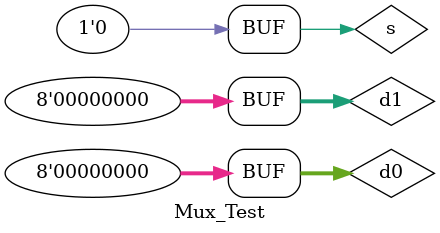
<source format=v>
`timescale 1ns / 1ps


module Mux_Test;

	// Inputs
	reg [7:0] d0;
	reg [7:0] d1;
	reg s;

	// Outputs
	wire [7:0] y;

	// Instantiate the Unit Under Test (UUT)
	Mux uut (
		.d0(d0), 
		.d1(d1), 
		.s(s), 
		.y(y)
	);

	initial begin
		// Initialize Inputs
		d0 = 0;
		d1 = 0;
		s = 0;

		// Wait 100 ns for global reset to finish
		#100;
        
		// Add stimulus here

	end
      
endmodule


</source>
